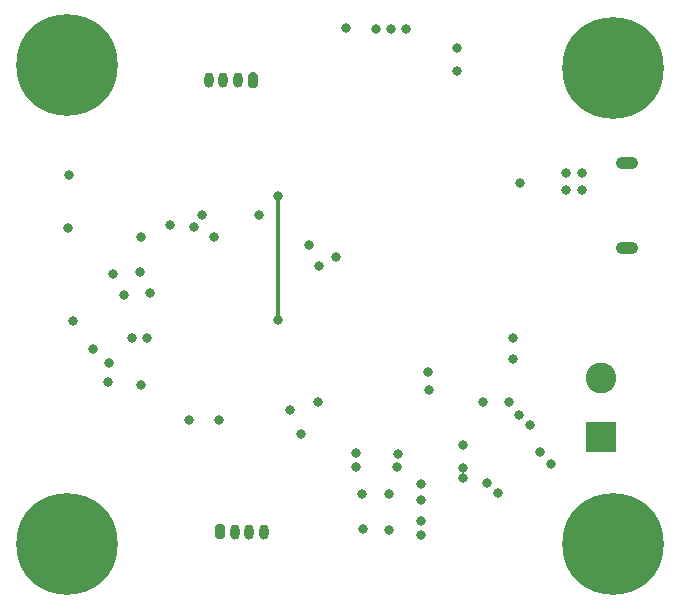
<source format=gbr>
G04 #@! TF.GenerationSoftware,KiCad,Pcbnew,(5.1.6)-1*
G04 #@! TF.CreationDate,2023-08-05T22:02:58+03:00*
G04 #@! TF.ProjectId,STM32F4_REV2,53544d33-3246-4345-9f52-4556322e6b69,rev?*
G04 #@! TF.SameCoordinates,Original*
G04 #@! TF.FileFunction,Copper,L4,Bot*
G04 #@! TF.FilePolarity,Positive*
%FSLAX46Y46*%
G04 Gerber Fmt 4.6, Leading zero omitted, Abs format (unit mm)*
G04 Created by KiCad (PCBNEW (5.1.6)-1) date 2023-08-05 22:02:58*
%MOMM*%
%LPD*%
G01*
G04 APERTURE LIST*
G04 #@! TA.AperFunction,ComponentPad*
%ADD10O,1.900000X1.050000*%
G04 #@! TD*
G04 #@! TA.AperFunction,ComponentPad*
%ADD11O,0.800000X1.300000*%
G04 #@! TD*
G04 #@! TA.AperFunction,ComponentPad*
%ADD12C,2.600000*%
G04 #@! TD*
G04 #@! TA.AperFunction,ComponentPad*
%ADD13R,2.600000X2.600000*%
G04 #@! TD*
G04 #@! TA.AperFunction,ComponentPad*
%ADD14C,0.900000*%
G04 #@! TD*
G04 #@! TA.AperFunction,ComponentPad*
%ADD15C,8.600000*%
G04 #@! TD*
G04 #@! TA.AperFunction,ViaPad*
%ADD16C,0.800000*%
G04 #@! TD*
G04 #@! TA.AperFunction,Conductor*
%ADD17C,0.300000*%
G04 #@! TD*
G04 APERTURE END LIST*
D10*
X158700000Y-67025000D03*
X158700000Y-74175000D03*
D11*
X127950000Y-98225000D03*
X126700000Y-98225000D03*
X125450000Y-98225000D03*
G04 #@! TA.AperFunction,ComponentPad*
G36*
G01*
X123800000Y-98675000D02*
X123800000Y-97775000D01*
G75*
G02*
X124000000Y-97575000I200000J0D01*
G01*
X124400000Y-97575000D01*
G75*
G02*
X124600000Y-97775000I0J-200000D01*
G01*
X124600000Y-98675000D01*
G75*
G02*
X124400000Y-98875000I-200000J0D01*
G01*
X124000000Y-98875000D01*
G75*
G02*
X123800000Y-98675000I0J200000D01*
G01*
G37*
G04 #@! TD.AperFunction*
X123250000Y-60000000D03*
X124500000Y-60000000D03*
X125750000Y-60000000D03*
G04 #@! TA.AperFunction,ComponentPad*
G36*
G01*
X127400000Y-59550000D02*
X127400000Y-60450000D01*
G75*
G02*
X127200000Y-60650000I-200000J0D01*
G01*
X126800000Y-60650000D01*
G75*
G02*
X126600000Y-60450000I0J200000D01*
G01*
X126600000Y-59550000D01*
G75*
G02*
X126800000Y-59350000I200000J0D01*
G01*
X127200000Y-59350000D01*
G75*
G02*
X127400000Y-59550000I0J-200000D01*
G01*
G37*
G04 #@! TD.AperFunction*
D12*
X156500000Y-85250000D03*
D13*
X156500000Y-90250000D03*
D14*
X159780419Y-96969581D03*
X157500000Y-96025000D03*
X155219581Y-96969581D03*
X154275000Y-99250000D03*
X155219581Y-101530419D03*
X157500000Y-102475000D03*
X159780419Y-101530419D03*
X160725000Y-99250000D03*
D15*
X157500000Y-99250000D03*
D14*
X113530419Y-56469581D03*
X111250000Y-55525000D03*
X108969581Y-56469581D03*
X108025000Y-58750000D03*
X108969581Y-61030419D03*
X111250000Y-61975000D03*
X113530419Y-61030419D03*
X114475000Y-58750000D03*
D15*
X111250000Y-58750000D03*
D14*
X113530419Y-96969581D03*
X111250000Y-96025000D03*
X108969581Y-96969581D03*
X108025000Y-99250000D03*
X108969581Y-101530419D03*
X111250000Y-102475000D03*
X113530419Y-101530419D03*
X114475000Y-99250000D03*
D15*
X111250000Y-99250000D03*
D14*
X159780419Y-56719581D03*
X157500000Y-55775000D03*
X155219581Y-56719581D03*
X154275000Y-59000000D03*
X155219581Y-61280419D03*
X157500000Y-62225000D03*
X159780419Y-61280419D03*
X160725000Y-59000000D03*
D15*
X157500000Y-59000000D03*
D16*
X134900000Y-55625000D03*
X117525000Y-73275000D03*
X111375000Y-72550000D03*
X123700000Y-73275000D03*
X115150000Y-76400000D03*
X113425000Y-82750000D03*
X116725000Y-81800000D03*
X118000000Y-81800000D03*
X117475000Y-85800000D03*
X121550000Y-88775000D03*
X131050000Y-89975000D03*
X141850000Y-84700000D03*
X132525000Y-87275000D03*
X131750000Y-74000000D03*
X134000000Y-75000000D03*
X144300000Y-59225000D03*
X154825000Y-69300000D03*
X153475000Y-69300000D03*
X153475000Y-67900000D03*
X154825000Y-67900000D03*
X141875000Y-86200000D03*
X146500000Y-87250000D03*
X148675000Y-87225000D03*
X149525000Y-88325000D03*
X150450000Y-89225000D03*
X148975000Y-83625000D03*
X148975000Y-81850000D03*
X151275000Y-91525000D03*
X152200000Y-92475000D03*
X141225000Y-94175000D03*
X141250000Y-95550000D03*
X141250000Y-97300000D03*
X141225000Y-98525000D03*
X144750000Y-92825000D03*
X144750000Y-93725000D03*
X144750000Y-90900000D03*
X117425000Y-76250000D03*
X116100000Y-78200000D03*
X111775000Y-80425000D03*
X137425000Y-55650000D03*
X138725000Y-55650000D03*
X139950000Y-55650000D03*
X127500000Y-71400000D03*
X122700000Y-71400000D03*
X120000000Y-72300000D03*
X111400000Y-68000000D03*
X144300000Y-57300000D03*
X130100000Y-87900000D03*
X124100000Y-88800000D03*
X114750000Y-85575000D03*
X114775000Y-83925000D03*
X118275000Y-78025000D03*
X121975000Y-72450000D03*
X132600000Y-75775000D03*
X135750000Y-91600000D03*
X135750000Y-92775000D03*
X139225000Y-92775000D03*
X139250000Y-91675000D03*
X136250000Y-95025000D03*
X138475000Y-95050000D03*
X136275000Y-98000000D03*
X138475000Y-98050000D03*
X146775000Y-94075000D03*
X147775000Y-94950000D03*
X129150000Y-80275000D03*
X129125000Y-69775000D03*
X149575000Y-68725000D03*
D17*
X129150000Y-80275000D02*
X129150000Y-69800000D01*
X129150000Y-69800000D02*
X129125000Y-69775000D01*
M02*

</source>
